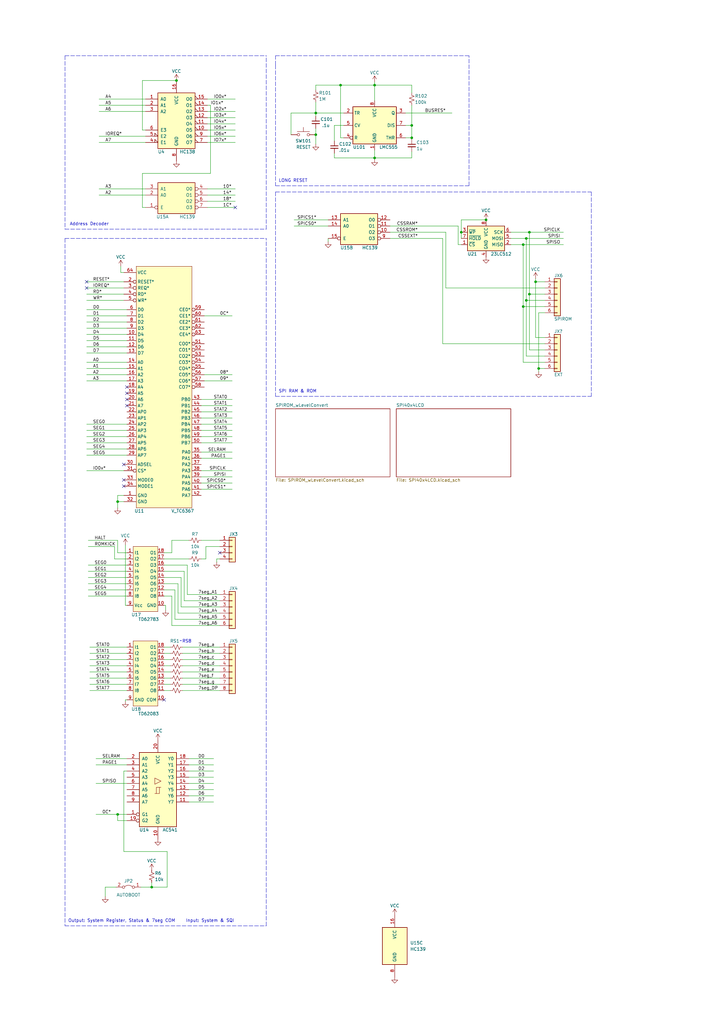
<source format=kicad_sch>
(kicad_sch (version 20211123) (generator eeschema)
  (paper "A3" portrait)
  (lib_symbols
    (symbol "74xx:74LS138" (pin_names (offset 1.016))
      (property "Reference" "U" (at -7.62 11.43 0))
      (property "Value" "74LS138" (at -7.62 -13.97 0))
      (symbol "74LS138_1_0"
        (pin input line (at -12.7 7.62 0) (length 5.08) (name "A0") (number "1"))
        (pin output output_low (at 12.7 -5.08 180) (length 5.08) (name "O5") (number "10"))
        (pin output output_low (at 12.7 -2.54 180) (length 5.08) (name "O4") (number "11"))
        (pin output output_low (at 12.7 0 180) (length 5.08) (name "O3") (number "12"))
        (pin output output_low (at 12.7 2.54 180) (length 5.08) (name "O2") (number "13"))
        (pin output output_low (at 12.7 5.08 180) (length 5.08) (name "O1") (number "14"))
        (pin output output_low (at 12.7 7.62 180) (length 5.08) (name "O0") (number "15"))
        (pin power_in line (at 0 15.24 270) (length 5.08) (name "VCC") (number "16"))
        (pin input line (at -12.7 5.08 0) (length 5.08) (name "A1") (number "2"))
        (pin input line (at -12.7 2.54 0) (length 5.08) (name "A2") (number "3"))
        (pin input input_low (at -12.7 -10.16 0) (length 5.08) (name "E1") (number "4"))
        (pin input input_low (at -12.7 -7.62 0) (length 5.08) (name "E2") (number "5"))
        (pin input line (at -12.7 -5.08 0) (length 5.08) (name "E3") (number "6"))
        (pin output output_low (at 12.7 -10.16 180) (length 5.08) (name "O7") (number "7"))
        (pin power_in line (at 0 -17.78 90) (length 5.08) (name "GND") (number "8"))
        (pin output output_low (at 12.7 -7.62 180) (length 5.08) (name "O6") (number "9"))
      )
      (symbol "74LS138_1_1"
        (rectangle (start -7.62 10.16) (end 7.62 -12.7) (stroke (width 0.254)) (fill (type background)))
      )
    )
    (symbol "74xx:74LS139" (pin_names (offset 1.016))
      (property "Reference" "U" (at -7.62 8.89 0))
      (property "Value" "74LS139" (at -7.62 -8.89 0))
      (symbol "74LS139_1_0"
        (pin input inverted (at -12.7 -5.08 0) (length 5.08) (name "E") (number "1"))
        (pin input line (at -12.7 0 0) (length 5.08) (name "A0") (number "2"))
        (pin input line (at -12.7 2.54 0) (length 5.08) (name "A1") (number "3"))
        (pin output inverted (at 12.7 2.54 180) (length 5.08) (name "O0") (number "4"))
        (pin output inverted (at 12.7 0 180) (length 5.08) (name "O1") (number "5"))
        (pin output inverted (at 12.7 -2.54 180) (length 5.08) (name "O2") (number "6"))
        (pin output inverted (at 12.7 -5.08 180) (length 5.08) (name "O3") (number "7"))
      )
      (symbol "74LS139_1_1"
        (rectangle (start -7.62 5.08) (end 7.62 -7.62) (stroke (width 0.254)) (fill (type background)))
      )
      (symbol "74LS139_2_0"
        (pin output inverted (at 12.7 -2.54 180) (length 5.08) (name "O2") (number "10"))
        (pin output inverted (at 12.7 0 180) (length 5.08) (name "O1") (number "11"))
        (pin output inverted (at 12.7 2.54 180) (length 5.08) (name "O0") (number "12"))
        (pin input line (at -12.7 2.54 0) (length 5.08) (name "A1") (number "13"))
        (pin input line (at -12.7 0 0) (length 5.08) (name "A0") (number "14"))
        (pin input inverted (at -12.7 -5.08 0) (length 5.08) (name "E") (number "15"))
        (pin output inverted (at 12.7 -5.08 180) (length 5.08) (name "O3") (number "9"))
      )
      (symbol "74LS139_2_1"
        (rectangle (start -7.62 5.08) (end 7.62 -7.62) (stroke (width 0.254)) (fill (type background)))
      )
      (symbol "74LS139_3_0"
        (pin power_in line (at 0 12.7 270) (length 5.08) (name "VCC") (number "16"))
        (pin power_in line (at 0 -12.7 90) (length 5.08) (name "GND") (number "8"))
      )
      (symbol "74LS139_3_1"
        (rectangle (start -5.08 7.62) (end 5.08 -7.62) (stroke (width 0.254)) (fill (type background)))
      )
    )
    (symbol "74xx:74LS541" (pin_names (offset 1.016))
      (property "Reference" "U" (at -7.62 16.51 0))
      (property "Value" "74LS541" (at -7.62 -16.51 0))
      (symbol "74LS541_1_0"
        (polyline (pts (xy -0.635 -1.6002) (xy -0.635 0.9398) (xy 0.635 0.9398)))
        (polyline (pts (xy -1.27 -1.6002) (xy 0.635 -1.6002) (xy 0.635 0.9398) (xy 1.27 0.9398)))
        (polyline (pts (xy 1.27 3.4798) (xy -1.27 4.7498) (xy -1.27 2.2098) (xy 1.27 3.4798)) (stroke (width 0.1524)))
        (pin input inverted (at -12.7 -10.16 0) (length 5.08) (name "G1") (number "1"))
        (pin power_in line (at 0 -20.32 90) (length 5.08) (name "GND") (number "10"))
        (pin tri_state line (at 12.7 -5.08 180) (length 5.08) (name "Y7") (number "11"))
        (pin tri_state line (at 12.7 -2.54 180) (length 5.08) (name "Y6") (number "12"))
        (pin tri_state line (at 12.7 0 180) (length 5.08) (name "Y5") (number "13"))
        (pin tri_state line (at 12.7 2.54 180) (length 5.08) (name "Y4") (number "14"))
        (pin tri_state line (at 12.7 5.08 180) (length 5.08) (name "Y3") (number "15"))
        (pin tri_state line (at 12.7 7.62 180) (length 5.08) (name "Y2") (number "16"))
        (pin tri_state line (at 12.7 10.16 180) (length 5.08) (name "Y1") (number "17"))
        (pin tri_state line (at 12.7 12.7 180) (length 5.08) (name "Y0") (number "18"))
        (pin input inverted (at -12.7 -12.7 0) (length 5.08) (name "G2") (number "19"))
        (pin input line (at -12.7 12.7 0) (length 5.08) (name "A0") (number "2"))
        (pin power_in line (at 0 20.32 270) (length 5.08) (name "VCC") (number "20"))
        (pin input line (at -12.7 10.16 0) (length 5.08) (name "A1") (number "3"))
        (pin input line (at -12.7 7.62 0) (length 5.08) (name "A2") (number "4"))
        (pin input line (at -12.7 5.08 0) (length 5.08) (name "A3") (number "5"))
        (pin input line (at -12.7 2.54 0) (length 5.08) (name "A4") (number "6"))
        (pin input line (at -12.7 0 0) (length 5.08) (name "A5") (number "7"))
        (pin input line (at -12.7 -2.54 0) (length 5.08) (name "A6") (number "8"))
        (pin input line (at -12.7 -5.08 0) (length 5.08) (name "A7") (number "9"))
      )
      (symbol "74LS541_1_1"
        (rectangle (start -7.62 15.24) (end 7.62 -15.24) (stroke (width 0.254)) (fill (type background)))
      )
    )
    (symbol "Connector_Generic:Conn_01x04" (pin_names (offset 1.016) hide)
      (property "Reference" "J" (at 0 5.08 0))
      (property "Value" "Conn_01x04" (at 0 -7.62 0))
      (symbol "Conn_01x04_1_1"
        (rectangle (start -1.27 -4.953) (end 0 -5.207) (stroke (width 0.1524)))
        (rectangle (start -1.27 -2.413) (end 0 -2.667) (stroke (width 0.1524)))
        (rectangle (start -1.27 0.127) (end 0 -0.127) (stroke (width 0.1524)))
        (rectangle (start -1.27 2.667) (end 0 2.413) (stroke (width 0.1524)))
        (rectangle (start -1.27 3.81) (end 1.27 -6.35) (stroke (width 0.254)) (fill (type background)))
        (pin passive line (at -5.08 2.54 0) (length 3.81) (name "Pin_1") (number "1"))
        (pin passive line (at -5.08 0 0) (length 3.81) (name "Pin_2") (number "2"))
        (pin passive line (at -5.08 -2.54 0) (length 3.81) (name "Pin_3") (number "3"))
        (pin passive line (at -5.08 -5.08 0) (length 3.81) (name "Pin_4") (number "4"))
      )
    )
    (symbol "Connector_Generic:Conn_01x06" (pin_names (offset 1.016) hide)
      (property "Reference" "J" (at 0 7.62 0))
      (property "Value" "Conn_01x06" (at 0 -10.16 0))
      (symbol "Conn_01x06_1_1"
        (rectangle (start -1.27 -7.493) (end 0 -7.747) (stroke (width 0.1524)))
        (rectangle (start -1.27 -4.953) (end 0 -5.207) (stroke (width 0.1524)))
        (rectangle (start -1.27 -2.413) (end 0 -2.667) (stroke (width 0.1524)))
        (rectangle (start -1.27 0.127) (end 0 -0.127) (stroke (width 0.1524)))
        (rectangle (start -1.27 2.667) (end 0 2.413) (stroke (width 0.1524)))
        (rectangle (start -1.27 5.207) (end 0 4.953) (stroke (width 0.1524)))
        (rectangle (start -1.27 6.35) (end 1.27 -8.89) (stroke (width 0.254)) (fill (type background)))
        (pin passive line (at -5.08 5.08 0) (length 3.81) (name "Pin_1") (number "1"))
        (pin passive line (at -5.08 2.54 0) (length 3.81) (name "Pin_2") (number "2"))
        (pin passive line (at -5.08 0 0) (length 3.81) (name "Pin_3") (number "3"))
        (pin passive line (at -5.08 -2.54 0) (length 3.81) (name "Pin_4") (number "4"))
        (pin passive line (at -5.08 -5.08 0) (length 3.81) (name "Pin_5") (number "5"))
        (pin passive line (at -5.08 -7.62 0) (length 3.81) (name "Pin_6") (number "6"))
      )
    )
    (symbol "Connector_Generic:Conn_01x08" (pin_names (offset 1.016) hide)
      (property "Reference" "J" (at 0 10.16 0))
      (property "Value" "Conn_01x08" (at 0 -12.7 0))
      (symbol "Conn_01x08_1_1"
        (rectangle (start -1.27 -10.033) (end 0 -10.287) (stroke (width 0.1524)))
        (rectangle (start -1.27 -7.493) (end 0 -7.747) (stroke (width 0.1524)))
        (rectangle (start -1.27 -4.953) (end 0 -5.207) (stroke (width 0.1524)))
        (rectangle (start -1.27 -2.413) (end 0 -2.667) (stroke (width 0.1524)))
        (rectangle (start -1.27 0.127) (end 0 -0.127) (stroke (width 0.1524)))
        (rectangle (start -1.27 2.667) (end 0 2.413) (stroke (width 0.1524)))
        (rectangle (start -1.27 5.207) (end 0 4.953) (stroke (width 0.1524)))
        (rectangle (start -1.27 7.747) (end 0 7.493) (stroke (width 0.1524)))
        (rectangle (start -1.27 8.89) (end 1.27 -11.43) (stroke (width 0.254)) (fill (type background)))
        (pin passive line (at -5.08 7.62 0) (length 3.81) (name "Pin_1") (number "1"))
        (pin passive line (at -5.08 5.08 0) (length 3.81) (name "Pin_2") (number "2"))
        (pin passive line (at -5.08 2.54 0) (length 3.81) (name "Pin_3") (number "3"))
        (pin passive line (at -5.08 0 0) (length 3.81) (name "Pin_4") (number "4"))
        (pin passive line (at -5.08 -2.54 0) (length 3.81) (name "Pin_5") (number "5"))
        (pin passive line (at -5.08 -5.08 0) (length 3.81) (name "Pin_6") (number "6"))
        (pin passive line (at -5.08 -7.62 0) (length 3.81) (name "Pin_7") (number "7"))
        (pin passive line (at -5.08 -10.16 0) (length 3.81) (name "Pin_8") (number "8"))
      )
    )
    (symbol "Device:C_Small" (pin_numbers hide) (pin_names (offset 0.254) hide)
      (property "Reference" "C" (at 0.254 1.778 0))
      (property "Value" "C_Small" (at 0.254 -2.032 0))
      (symbol "C_Small_0_1"
        (polyline (pts (xy -1.524 -0.508) (xy 1.524 -0.508)) (stroke (width 0.3302)))
        (polyline (pts (xy -1.524 0.508) (xy 1.524 0.508)) (stroke (width 0.3048)))
      )
      (symbol "C_Small_1_1"
        (pin passive line (at 0 2.54 270) (length 2.032) (name "~") (number "1"))
        (pin passive line (at 0 -2.54 90) (length 2.032) (name "~") (number "2"))
      )
    )
    (symbol "Device:R_Small_US" (pin_numbers hide) (pin_names (offset 0.254) hide)
      (property "Reference" "R" (at 0.762 0.508 0))
      (property "Value" "R_Small_US" (at 0.762 -1.016 0))
      (symbol "R_Small_US_1_1"
        (polyline (pts (xy 0 0) (xy 1.016 -0.381) (xy 0 -0.762) (xy -1.016 -1.143) (xy 0 -1.524)))
        (polyline (pts (xy 0 1.524) (xy 1.016 1.143) (xy 0 0.762) (xy -1.016 0.381) (xy 0 0)))
        (pin passive line (at 0 2.54 270) (length 1.016) (name "~") (number "1"))
        (pin passive line (at 0 -2.54 90) (length 1.016) (name "~") (number "2"))
      )
    )
    (symbol "Jumper:Jumper_2_Bridged" (pin_names (offset 0) hide)
      (property "Reference" "JP" (at 0 1.905 0))
      (property "Value" "Jumper_2_Bridged" (at 0 -2.54 0))
      (symbol "Jumper_2_Bridged_0_0"
        (circle (center -2.032 0) (radius 0.508))
        (circle (center 2.032 0) (radius 0.508))
      )
      (symbol "Jumper_2_Bridged_0_1"
        (arc (start 1.524 0.254) (mid 0 0.762) (end -1.524 0.254))
      )
      (symbol "Jumper_2_Bridged_1_1"
        (pin passive line (at -5.08 0 0) (length 2.54) (name "A") (number "1"))
        (pin passive line (at 5.08 0 180) (length 2.54) (name "B") (number "2"))
      )
    )
    (symbol "Memory_EEPROM:25LCxxx"
      (property "Reference" "U" (at -7.62 6.35 0))
      (property "Value" "25LCxxx" (at 2.54 -6.35 0))
      (symbol "25LCxxx_1_1"
        (rectangle (start -7.62 5.08) (end 7.62 -5.08) (stroke (width 0.254)) (fill (type background)))
        (pin input line (at -10.16 -2.54 0) (length 2.54) (name "~{CS}") (number "1"))
        (pin tri_state line (at 10.16 -2.54 180) (length 2.54) (name "MISO") (number "2"))
        (pin input line (at -10.16 2.54 0) (length 2.54) (name "~{WP}") (number "3"))
        (pin power_in line (at 0 -7.62 90) (length 2.54) (name "GND") (number "4"))
        (pin input line (at 10.16 0 180) (length 2.54) (name "MOSI") (number "5"))
        (pin input line (at 10.16 2.54 180) (length 2.54) (name "SCK") (number "6"))
        (pin input line (at -10.16 0 0) (length 2.54) (name "~{HOLD}") (number "7"))
        (pin power_in line (at 0 7.62 270) (length 2.54) (name "VCC") (number "8"))
      )
    )
    (symbol "Switch:SW_Push" (pin_numbers hide) (pin_names (offset 1.016) hide)
      (property "Reference" "SW" (at 1.27 2.54 0))
      (property "Value" "SW_Push" (at 0 -1.524 0))
      (symbol "SW_Push_0_1"
        (circle (center -2.032 0) (radius 0.508))
        (polyline (pts (xy 0 1.27) (xy 0 3.048)))
        (polyline (pts (xy 2.54 1.27) (xy -2.54 1.27)))
        (circle (center 2.032 0) (radius 0.508))
        (pin passive line (at -5.08 0 0) (length 2.54) (name "1") (number "1"))
        (pin passive line (at 5.08 0 180) (length 2.54) (name "2") (number "2"))
      )
    )
    (symbol "Timer:LMC555xN"
      (property "Reference" "U" (at -10.16 8.89 0))
      (property "Value" "LMC555xN" (at 2.54 8.89 0))
      (symbol "LMC555xN_0_0"
        (pin power_in line (at 0 -10.16 90) (length 2.54) (name "GND") (number "1"))
        (pin power_in line (at 0 10.16 270) (length 2.54) (name "VCC") (number "8"))
      )
      (symbol "LMC555xN_0_1"
        (rectangle (start -8.89 -7.62) (end 8.89 7.62) (stroke (width 0.254)) (fill (type background)))
        (rectangle (start -8.89 -7.62) (end 8.89 7.62) (stroke (width 0.254)) (fill (type background)))
      )
      (symbol "LMC555xN_1_1"
        (pin input line (at -12.7 5.08 0) (length 3.81) (name "TR") (number "2"))
        (pin output line (at 12.7 5.08 180) (length 3.81) (name "Q") (number "3"))
        (pin input inverted (at -12.7 -5.08 0) (length 3.81) (name "R") (number "4"))
        (pin input line (at -12.7 0 0) (length 3.81) (name "CV") (number "5"))
        (pin input line (at 12.7 -5.08 180) (length 3.81) (name "THR") (number "6"))
        (pin input line (at 12.7 0 180) (length 3.81) (name "DIS") (number "7"))
      )
    )
    (symbol "Toshiba_Sp:TC6367"
      (property "Reference" "U" (at -10.795 -49.53 0))
      (property "Value" "TC6367" (at 7.62 -49.53 0))
      (symbol "TC6367_0_1"
        (rectangle (start -11.43 50.8) (end 11.43 -48.26) (fill (type background)))
      )
      (symbol "TC6367_1_1"
        (pin power_in line (at -16.51 -43.18 0) (length 5.08) (name "GND") (number "1"))
        (pin input line (at -15.24 22.86 0) (length 3.82) (name "D4") (number "10"))
        (pin input line (at -15.24 20.32 0) (length 3.82) (name "D5") (number "11"))
        (pin input line (at -15.24 17.78 0) (length 3.82) (name "D6") (number "12"))
        (pin input line (at -15.24 15.24 0) (length 3.82) (name "D7") (number "13"))
        (pin input line (at -15.24 11.43 0) (length 3.82) (name "A0") (number "14"))
        (pin input line (at -15.24 8.89 0) (length 3.82) (name "A1") (number "15"))
        (pin input line (at -15.24 6.35 0) (length 3.82) (name "A2") (number "16"))
        (pin input line (at -15.24 3.81 0) (length 3.82) (name "A3") (number "17"))
        (pin input line (at -15.24 1.27 0) (length 3.82) (name "A4") (number "18"))
        (pin input line (at -15.24 -1.27 0) (length 3.82) (name "A5") (number "19"))
        (pin input inverted (at -16.51 44.45 0) (length 5.08) (name "RESET*") (number "2"))
        (pin input line (at -15.24 -3.81 0) (length 3.82) (name "A6") (number "20"))
        (pin input line (at -15.24 -6.35 0) (length 3.82) (name "A7") (number "21"))
        (pin input line (at -15.24 -8.89 0) (length 3.82) (name "AP0") (number "22"))
        (pin input line (at -15.24 -11.43 0) (length 3.82) (name "AP1") (number "23"))
        (pin input line (at -15.24 -13.97 0) (length 3.82) (name "AP2") (number "24"))
        (pin input line (at -15.24 -16.51 0) (length 3.82) (name "AP3") (number "25"))
        (pin input line (at -15.24 -19.05 0) (length 3.82) (name "AP4") (number "26"))
        (pin input line (at -15.24 -21.59 0) (length 3.82) (name "AP5") (number "27"))
        (pin input line (at -15.24 -24.13 0) (length 3.82) (name "AP6") (number "28"))
        (pin input line (at -15.24 -26.67 0) (length 3.82) (name "AP7") (number "29"))
        (pin input inverted (at -16.51 41.91 0) (length 5.08) (name "REQ*") (number "3"))
        (pin input line (at -16.51 -30.48 0) (length 5.08) (name "ADSEL") (number "30"))
        (pin input inverted (at -16.51 -33.02 0) (length 5.08) (name "CS*") (number "31"))
        (pin power_in line (at -16.51 -45.72 0) (length 5.08) (name "GND") (number "32"))
        (pin input line (at -16.51 -36.83 0) (length 5.08) (name "MODE0") (number "33"))
        (pin input line (at -16.51 -39.37 0) (length 5.08) (name "MODE1") (number "34"))
        (pin input line (at 15.24 -25.4 180) (length 3.81) (name "PA0") (number "35"))
        (pin input line (at 15.24 -27.94 180) (length 3.81) (name "PA1") (number "36"))
        (pin input line (at 15.24 -30.48 180) (length 3.81) (name "PA2") (number "37"))
        (pin input line (at 15.24 -33.02 180) (length 3.81) (name "PA3") (number "38"))
        (pin input line (at 15.24 -35.56 180) (length 3.81) (name "PA4") (number "39"))
        (pin input inverted (at -16.51 39.37 0) (length 5.08) (name "RD*") (number "4"))
        (pin input line (at 15.24 -38.1 180) (length 3.81) (name "PA5") (number "40"))
        (pin input line (at 15.24 -40.64 180) (length 3.81) (name "PA6") (number "41"))
        (pin input line (at 15.24 -43.18 180) (length 3.81) (name "PA7") (number "42"))
        (pin input line (at 15.24 -3.81 180) (length 3.81) (name "PB0") (number "43"))
        (pin input line (at 15.24 -6.35 180) (length 3.81) (name "PB1") (number "44"))
        (pin input line (at 15.24 -8.89 180) (length 3.81) (name "PB2") (number "45"))
        (pin input line (at 15.24 -11.43 180) (length 3.81) (name "PB3") (number "46"))
        (pin input line (at 15.24 -13.97 180) (length 3.81) (name "PB4") (number "47"))
        (pin input line (at 15.24 -16.51 180) (length 3.81) (name "PB5") (number "48"))
        (pin input line (at 15.24 -19.05 180) (length 3.81) (name "PB6") (number "49"))
        (pin input inverted (at -16.51 36.83 0) (length 5.08) (name "WR*") (number "5"))
        (pin input line (at 15.24 -21.59 180) (length 3.81) (name "PB7") (number "50"))
        (pin input inverted (at 16.51 19.05 180) (length 5.08) (name "CO0*") (number "51"))
        (pin input inverted (at 16.51 16.51 180) (length 5.08) (name "CO1*") (number "52"))
        (pin input inverted (at 16.51 13.97 180) (length 5.08) (name "CO2*") (number "53"))
        (pin input inverted (at 16.51 11.43 180) (length 5.08) (name "CO3*") (number "54"))
        (pin input inverted (at 16.51 8.89 180) (length 5.08) (name "CO4*") (number "55"))
        (pin input inverted (at 16.51 6.35 180) (length 5.08) (name "CO5*") (number "56"))
        (pin input inverted (at 16.51 3.81 180) (length 5.08) (name "CO6*") (number "57"))
        (pin input inverted (at 16.51 1.27 180) (length 5.08) (name "CO7*") (number "58"))
        (pin input inverted (at 16.51 33.02 180) (length 5.08) (name "CE0*") (number "59"))
        (pin input line (at -15.24 33.02 0) (length 3.82) (name "D0") (number "6"))
        (pin input inverted (at 16.51 30.48 180) (length 5.08) (name "CE1*") (number "60"))
        (pin input inverted (at 16.51 27.94 180) (length 5.08) (name "CE2*") (number "61"))
        (pin input inverted (at 16.51 25.4 180) (length 5.08) (name "CE3*") (number "62"))
        (pin input inverted (at 16.51 22.86 180) (length 5.08) (name "CE4*") (number "63"))
        (pin power_in line (at -16.51 48.26 0) (length 5.08) (name "VCC") (number "64"))
        (pin input line (at -15.24 30.48 0) (length 3.82) (name "D1") (number "7"))
        (pin input line (at -15.24 27.94 0) (length 3.82) (name "D2") (number "8"))
        (pin input line (at -15.24 25.4 0) (length 3.82) (name "D3") (number "9"))
      )
    )
    (symbol "Toshiba_Sp:TD62783"
      (property "Reference" "U" (at 0 16.51 0))
      (property "Value" "TD62783" (at 0 13.97 0))
      (symbol "TD62783_0_1"
        (rectangle (start -5.08 12.7) (end 5.08 -13.97) (fill (type background)))
      )
      (symbol "TD62783_1_1"
        (pin input line (at -7.62 10.16 0) (length 2.54) (name "I1") (number "1"))
        (pin power_in line (at 7.62 -11.43 180) (length 2.54) (name "GND") (number "10"))
        (pin output line (at 7.62 -7.62 180) (length 2.54) (name "O8") (number "11"))
        (pin output line (at 7.62 -5.08 180) (length 2.54) (name "O7") (number "12"))
        (pin output line (at 7.62 -2.54 180) (length 2.54) (name "O6") (number "13"))
        (pin output line (at 7.62 0 180) (length 2.54) (name "O5") (number "14"))
        (pin output line (at 7.62 2.54 180) (length 2.54) (name "O4") (number "15"))
        (pin output line (at 7.62 5.08 180) (length 2.54) (name "O3") (number "16"))
        (pin output line (at 7.62 7.62 180) (length 2.54) (name "O2") (number "17"))
        (pin output line (at 7.62 10.16 180) (length 2.54) (name "O1") (number "18"))
        (pin input line (at -7.62 7.62 0) (length 2.54) (name "I2") (number "2"))
        (pin input line (at -7.62 5.08 0) (length 2.54) (name "I3") (number "3"))
        (pin input line (at -7.62 2.54 0) (length 2.54) (name "I4") (number "4"))
        (pin input line (at -7.62 0 0) (length 2.54) (name "I5") (number "5"))
        (pin input line (at -7.62 -2.54 0) (length 2.54) (name "I6") (number "6"))
        (pin input line (at -7.62 -5.08 0) (length 2.54) (name "I7") (number "7"))
        (pin input line (at -7.62 -7.62 0) (length 2.54) (name "I8") (number "8"))
        (pin power_in line (at -7.62 -11.43 0) (length 2.54) (name "Vcc") (number "9"))
      )
    )
    (symbol "Toshiba_Sp:TD62x83"
      (property "Reference" "U" (at 0 16.51 0))
      (property "Value" "TD62x83" (at 0 13.97 0))
      (symbol "TD62x83_0_1"
        (rectangle (start -5.08 12.7) (end 5.08 -13.97) (fill (type background)))
      )
      (symbol "TD62x83_1_1"
        (pin input line (at -7.62 10.16 0) (length 2.54) (name "I1") (number "1"))
        (pin power_in line (at 7.62 -11.43 180) (length 2.54) (name "COM") (number "10"))
        (pin output line (at 7.62 -7.62 180) (length 2.54) (name "O8") (number "11"))
        (pin output line (at 7.62 -5.08 180) (length 2.54) (name "O7") (number "12"))
        (pin output line (at 7.62 -2.54 180) (length 2.54) (name "O6") (number "13"))
        (pin output line (at 7.62 0 180) (length 2.54) (name "O5") (number "14"))
        (pin output line (at 7.62 2.54 180) (length 2.54) (name "O4") (number "15"))
        (pin output line (at 7.62 5.08 180) (length 2.54) (name "O3") (number "16"))
        (pin output line (at 7.62 7.62 180) (length 2.54) (name "O2") (number "17"))
        (pin output line (at 7.62 10.16 180) (length 2.54) (name "O1") (number "18"))
        (pin input line (at -7.62 7.62 0) (length 2.54) (name "I2") (number "2"))
        (pin input line (at -7.62 5.08 0) (length 2.54) (name "I3") (number "3"))
        (pin input line (at -7.62 2.54 0) (length 2.54) (name "I4") (number "4"))
        (pin input line (at -7.62 0 0) (length 2.54) (name "I5") (number "5"))
        (pin input line (at -7.62 -2.54 0) (length 2.54) (name "I6") (number "6"))
        (pin input line (at -7.62 -5.08 0) (length 2.54) (name "I7") (number "7"))
        (pin input line (at -7.62 -7.62 0) (length 2.54) (name "I8") (number "8"))
        (pin power_in line (at -7.62 -11.43 0) (length 2.54) (name "GND") (number "9"))
      )
    )
    (symbol "power:GND" (power) (pin_names (offset 0))
      (property "Value" "GND" (at 0 -3.81 0))
      (symbol "GND_0_1"
        (polyline (pts (xy 0 0) (xy 0 -1.27) (xy 1.27 -1.27) (xy 0 -2.54) (xy -1.27 -1.27) (xy 0 -1.27)))
      )
      (symbol "GND_1_1"
        (pin power_in line (at 0 0 270) (length 0) hide (name "GND") (number "1"))
      )
    )
    (symbol "power:VCC" (power) (pin_names (offset 0))
      (property "Value" "VCC" (at 0 3.81 0))
      (symbol "VCC_0_1"
        (polyline (pts (xy -0.762 1.27) (xy 0 2.54)))
        (polyline (pts (xy 0 0) (xy 0 2.54)))
        (polyline (pts (xy 0 2.54) (xy 0.762 1.27)))
      )
      (symbol "VCC_1_1"
        (pin power_in line (at 0 0 90) (length 0) hide (name "VCC") (number "1"))
      )
    )
  )
  (junction (at 215.9 123.19))
  (junction (at 129.54 55.245))
  (junction (at 217.17 120.65))
  (junction (at 72.39 33.02))
  (junction (at 153.67 34.925))
  (junction (at 215.9 97.79))
  (junction (at 214.63 100.33))
  (junction (at 139.7 34.925))
  (junction (at 217.17 95.25))
  (junction (at 129.54 46.355))
  (junction (at 219.71 115.57))
  (junction (at 62.23 363.855))
  (junction (at 189.23 95.25))
  (junction (at 199.39 90.17))
  (junction (at 220.98 151.13))
  (junction (at 48.26 334.01))
  (junction (at 214.63 125.73))
  (junction (at 168.91 56.515))
  (junction (at 48.26 205.74))
  (junction (at 168.91 51.435))
  (junction (at 153.67 64.77))
  (no_connect (at 35.56 118.11))
  (no_connect (at 67.31 287.02))
  (no_connect (at 50.8 199.39))
  (no_connect (at 52.07 166.37))
  (no_connect (at 90.17 226.695))
  (no_connect (at 50.8 190.5))
  (no_connect (at 50.8 196.85))
  (no_connect (at 52.07 158.75))
  (no_connect (at 52.07 163.83))
  (no_connect (at 96.52 85.09))
  (no_connect (at 35.56 115.57))
  (no_connect (at 52.07 161.29))
  (wire (pts (xy 35.56 176.53) (xy 52.07 176.53)))
  (wire (pts (xy 90.17 248.92) (xy 74.295 248.92)))
  (wire (pts (xy 85.09 55.88) (xy 96.52 55.88)))
  (wire (pts (xy 36.83 275.59) (xy 52.07 275.59)))
  (wire (pts (xy 129.54 36.83) (xy 129.54 34.925)))
  (wire (pts (xy 48.26 203.2) (xy 50.8 203.2)))
  (wire (pts (xy 36.195 221.615) (xy 48.26 221.615)))
  (wire (pts (xy 137.16 64.77) (xy 153.67 64.77)))
  (wire (pts (xy 160.02 92.71) (xy 187.96 92.71)))
  (polyline (pts (xy 113.03 162.56) (xy 242.57 162.56)))
  (wire (pts (xy 82.55 221.615) (xy 90.17 221.615)))
  (wire (pts (xy 82.55 176.53) (xy 95.25 176.53)))
  (wire (pts (xy 187.96 92.71) (xy 187.96 100.33)))
  (polyline (pts (xy 242.57 78.74) (xy 242.57 162.56)))
  (wire (pts (xy 70.485 244.475) (xy 70.485 256.54)))
  (wire (pts (xy 223.52 115.57) (xy 219.71 115.57)))
  (wire (pts (xy 67.31 273.05) (xy 69.85 273.05)))
  (wire (pts (xy 36.195 241.935) (xy 52.07 241.935)))
  (wire (pts (xy 84.455 224.155) (xy 90.17 224.155)))
  (polyline (pts (xy 113.03 26.67) (xy 113.03 22.86)))
  (wire (pts (xy 220.98 151.13) (xy 223.52 151.13)))
  (wire (pts (xy 67.31 278.13) (xy 69.85 278.13)))
  (wire (pts (xy 35.56 120.65) (xy 50.8 120.65)))
  (wire (pts (xy 48.26 226.695) (xy 48.26 221.615)))
  (wire (pts (xy 160.02 97.79) (xy 181.61 97.79)))
  (wire (pts (xy 36.83 267.97) (xy 52.07 267.97)))
  (wire (pts (xy 88.9 229.235) (xy 88.9 230.505)))
  (wire (pts (xy 35.56 181.61) (xy 52.07 181.61)))
  (wire (pts (xy 35.56 184.15) (xy 52.07 184.15)))
  (wire (pts (xy 67.31 270.51) (xy 69.85 270.51)))
  (wire (pts (xy 90.17 267.97) (xy 74.93 267.97)))
  (wire (pts (xy 48.26 336.55) (xy 52.07 336.55)))
  (wire (pts (xy 85.09 40.64) (xy 96.52 40.64)))
  (wire (pts (xy 223.52 138.43) (xy 219.71 138.43)))
  (wire (pts (xy 70.485 256.54) (xy 90.17 256.54)))
  (wire (pts (xy 82.55 173.99) (xy 95.25 173.99)))
  (wire (pts (xy 48.26 334.01) (xy 48.26 336.55)))
  (wire (pts (xy 168.91 43.18) (xy 168.91 51.435)))
  (wire (pts (xy 82.55 171.45) (xy 95.25 171.45)))
  (wire (pts (xy 217.17 120.65) (xy 217.17 95.25)))
  (wire (pts (xy 73.025 239.395) (xy 73.025 251.46)))
  (wire (pts (xy 84.455 229.235) (xy 82.55 229.235)))
  (wire (pts (xy 82.55 166.37) (xy 95.25 166.37)))
  (wire (pts (xy 168.91 38.1) (xy 168.91 34.925)))
  (wire (pts (xy 40.64 55.88) (xy 59.69 55.88)))
  (wire (pts (xy 90.17 275.59) (xy 74.93 275.59)))
  (wire (pts (xy 189.23 95.25) (xy 189.23 90.17)))
  (wire (pts (xy 215.9 97.79) (xy 215.9 123.19)))
  (polyline (pts (xy 26.67 93.98) (xy 109.22 93.98)))
  (wire (pts (xy 82.55 168.91) (xy 95.25 168.91)))
  (wire (pts (xy 48.26 205.74) (xy 50.8 205.74)))
  (wire (pts (xy 209.55 97.79) (xy 215.9 97.79)))
  (wire (pts (xy 36.83 265.43) (xy 52.07 265.43)))
  (wire (pts (xy 119.38 46.355) (xy 119.38 55.245)))
  (polyline (pts (xy 26.67 22.86) (xy 26.67 93.98)))
  (wire (pts (xy 168.91 34.925) (xy 153.67 34.925)))
  (wire (pts (xy 67.31 267.97) (xy 69.85 267.97)))
  (wire (pts (xy 76.835 231.775) (xy 76.835 243.84)))
  (wire (pts (xy 35.56 148.59) (xy 52.07 148.59)))
  (polyline (pts (xy 26.67 379.73) (xy 109.22 379.73)))
  (wire (pts (xy 62.23 361.95) (xy 62.23 363.855)))
  (wire (pts (xy 134.62 97.79) (xy 134.62 99.06)))
  (wire (pts (xy 129.54 46.355) (xy 129.54 47.625)))
  (wire (pts (xy 67.945 248.285) (xy 67.945 250.19)))
  (wire (pts (xy 62.23 363.855) (xy 68.58 363.855)))
  (wire (pts (xy 62.23 363.855) (xy 57.785 363.855)))
  (wire (pts (xy 67.31 275.59) (xy 69.85 275.59)))
  (wire (pts (xy 153.67 34.925) (xy 153.67 41.275)))
  (wire (pts (xy 153.67 64.77) (xy 168.91 64.77)))
  (polyline (pts (xy 113.03 78.74) (xy 113.03 162.56)))
  (wire (pts (xy 129.54 46.355) (xy 140.97 46.355)))
  (wire (pts (xy 58.42 53.34) (xy 58.42 33.02)))
  (wire (pts (xy 77.47 313.69) (xy 87.63 313.69)))
  (wire (pts (xy 52.07 229.235) (xy 46.99 229.235)))
  (wire (pts (xy 40.64 58.42) (xy 59.69 58.42)))
  (wire (pts (xy 67.31 234.315) (xy 75.565 234.315)))
  (wire (pts (xy 160.02 95.25) (xy 182.88 95.25)))
  (wire (pts (xy 82.55 179.07) (xy 95.25 179.07)))
  (wire (pts (xy 223.52 146.05) (xy 215.9 146.05)))
  (wire (pts (xy 40.64 77.47) (xy 59.69 77.47)))
  (wire (pts (xy 85.09 45.72) (xy 96.52 45.72)))
  (wire (pts (xy 35.56 139.7) (xy 52.07 139.7)))
  (wire (pts (xy 35.56 186.69) (xy 52.07 186.69)))
  (wire (pts (xy 67.31 236.855) (xy 74.295 236.855)))
  (wire (pts (xy 181.61 97.79) (xy 181.61 140.97)))
  (wire (pts (xy 85.09 82.55) (xy 96.52 82.55)))
  (polyline (pts (xy 109.22 379.73) (xy 109.22 97.79)))
  (wire (pts (xy 137.16 62.865) (xy 137.16 64.77)))
  (wire (pts (xy 50.8 316.23) (xy 52.07 316.23)))
  (wire (pts (xy 35.56 193.04) (xy 50.8 193.04)))
  (wire (pts (xy 67.31 231.775) (xy 76.835 231.775)))
  (wire (pts (xy 90.17 283.21) (xy 74.93 283.21)))
  (wire (pts (xy 36.195 239.395) (xy 52.07 239.395)))
  (wire (pts (xy 182.88 95.25) (xy 182.88 118.11)))
  (wire (pts (xy 83.82 129.54) (xy 95.25 129.54)))
  (wire (pts (xy 58.42 85.09) (xy 59.69 85.09)))
  (wire (pts (xy 35.56 173.99) (xy 52.07 173.99)))
  (wire (pts (xy 50.8 349.25) (xy 68.58 349.25)))
  (wire (pts (xy 209.55 100.33) (xy 214.63 100.33)))
  (wire (pts (xy 119.38 46.355) (xy 129.54 46.355)))
  (wire (pts (xy 47.625 363.855) (xy 43.18 363.855)))
  (wire (pts (xy 36.83 270.51) (xy 52.07 270.51)))
  (wire (pts (xy 35.56 144.78) (xy 52.07 144.78)))
  (wire (pts (xy 120.65 92.71) (xy 134.62 92.71)))
  (wire (pts (xy 35.56 151.13) (xy 52.07 151.13)))
  (wire (pts (xy 83.82 156.21) (xy 95.25 156.21)))
  (wire (pts (xy 36.195 231.775) (xy 52.07 231.775)))
  (wire (pts (xy 36.195 224.155) (xy 46.99 224.155)))
  (wire (pts (xy 217.17 143.51) (xy 217.17 120.65)))
  (wire (pts (xy 36.83 273.05) (xy 52.07 273.05)))
  (wire (pts (xy 75.565 246.38) (xy 90.17 246.38)))
  (wire (pts (xy 86.36 71.12) (xy 58.42 71.12)))
  (wire (pts (xy 82.55 193.04) (xy 95.25 193.04)))
  (wire (pts (xy 182.88 118.11) (xy 223.52 118.11)))
  (wire (pts (xy 209.55 95.25) (xy 217.17 95.25)))
  (wire (pts (xy 189.23 97.79) (xy 189.23 95.25)))
  (wire (pts (xy 181.61 140.97) (xy 223.52 140.97)))
  (wire (pts (xy 39.37 311.15) (xy 52.07 311.15)))
  (wire (pts (xy 120.65 90.17) (xy 134.62 90.17)))
  (wire (pts (xy 67.31 283.21) (xy 69.85 283.21)))
  (wire (pts (xy 36.83 283.21) (xy 52.07 283.21)))
  (wire (pts (xy 90.17 265.43) (xy 74.93 265.43)))
  (wire (pts (xy 67.31 280.67) (xy 69.85 280.67)))
  (wire (pts (xy 166.37 46.355) (xy 185.42 46.355)))
  (wire (pts (xy 68.58 349.25) (xy 68.58 363.855)))
  (wire (pts (xy 39.37 313.69) (xy 52.07 313.69)))
  (wire (pts (xy 49.53 109.22) (xy 49.53 111.76)))
  (wire (pts (xy 223.52 143.51) (xy 217.17 143.51)))
  (wire (pts (xy 153.67 33.655) (xy 153.67 34.925)))
  (wire (pts (xy 67.31 244.475) (xy 70.485 244.475)))
  (wire (pts (xy 85.09 85.09) (xy 96.52 85.09)))
  (wire (pts (xy 90.17 270.51) (xy 74.93 270.51)))
  (wire (pts (xy 67.31 226.695) (xy 70.485 226.695)))
  (wire (pts (xy 46.99 229.235) (xy 46.99 224.155)))
  (wire (pts (xy 129.54 52.705) (xy 129.54 55.245)))
  (wire (pts (xy 129.54 34.925) (xy 139.7 34.925)))
  (wire (pts (xy 214.63 125.73) (xy 214.63 100.33)))
  (wire (pts (xy 58.42 71.12) (xy 58.42 85.09)))
  (wire (pts (xy 77.47 328.93) (xy 87.63 328.93)))
  (wire (pts (xy 40.64 40.64) (xy 59.69 40.64)))
  (wire (pts (xy 166.37 56.515) (xy 168.91 56.515)))
  (wire (pts (xy 52.07 248.285) (xy 51.435 248.285)))
  (wire (pts (xy 70.485 226.695) (xy 70.485 221.615)))
  (wire (pts (xy 36.195 244.475) (xy 52.07 244.475)))
  (wire (pts (xy 71.755 254) (xy 71.755 241.935)))
  (polyline (pts (xy 113.03 26.67) (xy 113.03 76.2)))
  (wire (pts (xy 40.64 80.01) (xy 59.69 80.01)))
  (wire (pts (xy 40.64 45.72) (xy 59.69 45.72)))
  (wire (pts (xy 82.55 198.12) (xy 95.25 198.12)))
  (wire (pts (xy 51.435 287.02) (xy 51.435 287.655)))
  (wire (pts (xy 187.96 100.33) (xy 189.23 100.33)))
  (wire (pts (xy 39.37 334.01) (xy 48.26 334.01)))
  (wire (pts (xy 85.09 77.47) (xy 96.52 77.47)))
  (wire (pts (xy 85.09 48.26) (xy 96.52 48.26)))
  (wire (pts (xy 36.83 278.13) (xy 52.07 278.13)))
  (wire (pts (xy 90.17 278.13) (xy 74.93 278.13)))
  (wire (pts (xy 168.91 57.15) (xy 168.91 56.515)))
  (wire (pts (xy 67.31 239.395) (xy 73.025 239.395)))
  (wire (pts (xy 129.54 55.245) (xy 129.54 59.055)))
  (wire (pts (xy 77.47 316.23) (xy 87.63 316.23)))
  (wire (pts (xy 139.7 34.925) (xy 153.67 34.925)))
  (wire (pts (xy 36.195 234.315) (xy 52.07 234.315)))
  (wire (pts (xy 39.37 321.31) (xy 52.07 321.31)))
  (wire (pts (xy 168.91 51.435) (xy 168.91 56.515)))
  (wire (pts (xy 77.47 311.15) (xy 87.63 311.15)))
  (polyline (pts (xy 26.67 22.86) (xy 109.22 22.86)))
  (wire (pts (xy 82.55 195.58) (xy 95.25 195.58)))
  (polyline (pts (xy 26.67 97.79) (xy 26.67 379.73)))
  (wire (pts (xy 73.025 251.46) (xy 90.17 251.46)))
  (wire (pts (xy 82.55 163.83) (xy 95.25 163.83)))
  (wire (pts (xy 86.36 43.18) (xy 86.36 71.12)))
  (wire (pts (xy 35.56 127) (xy 52.07 127)))
  (wire (pts (xy 220.98 151.13) (xy 220.98 152.4)))
  (wire (pts (xy 85.09 80.01) (xy 96.52 80.01)))
  (wire (pts (xy 215.9 97.79) (xy 231.14 97.79)))
  (wire (pts (xy 168.91 62.23) (xy 168.91 64.77)))
  (wire (pts (xy 77.47 323.85) (xy 87.63 323.85)))
  (wire (pts (xy 67.31 229.235) (xy 77.47 229.235)))
  (wire (pts (xy 85.09 53.34) (xy 96.52 53.34)))
  (wire (pts (xy 217.17 95.25) (xy 231.14 95.25)))
  (wire (pts (xy 48.26 205.74) (xy 48.26 208.28)))
  (wire (pts (xy 223.52 128.27) (xy 220.98 128.27)))
  (polyline (pts (xy 113.03 78.74) (xy 242.57 78.74)))
  (wire (pts (xy 35.56 123.19) (xy 50.8 123.19)))
  (wire (pts (xy 35.56 153.67) (xy 52.07 153.67)))
  (wire (pts (xy 137.16 51.435) (xy 137.16 57.785)))
  (wire (pts (xy 59.69 53.34) (xy 58.42 53.34)))
  (wire (pts (xy 70.485 221.615) (xy 77.47 221.615)))
  (wire (pts (xy 153.67 65.405) (xy 153.67 64.77)))
  (wire (pts (xy 189.23 90.17) (xy 199.39 90.17)))
  (wire (pts (xy 75.565 234.315) (xy 75.565 246.38)))
  (wire (pts (xy 40.64 43.18) (xy 59.69 43.18)))
  (wire (pts (xy 129.54 41.91) (xy 129.54 46.355)))
  (wire (pts (xy 90.17 254) (xy 71.755 254)))
  (wire (pts (xy 74.295 248.92) (xy 74.295 236.855)))
  (wire (pts (xy 77.47 318.77) (xy 87.63 318.77)))
  (wire (pts (xy 90.17 229.235) (xy 88.9 229.235)))
  (wire (pts (xy 140.97 56.515) (xy 139.7 56.515)))
  (wire (pts (xy 82.55 200.66) (xy 95.25 200.66)))
  (wire (pts (xy 52.07 287.02) (xy 51.435 287.02)))
  (wire (pts (xy 220.98 128.27) (xy 220.98 151.13)))
  (wire (pts (xy 35.56 134.62) (xy 52.07 134.62)))
  (wire (pts (xy 90.17 280.67) (xy 74.93 280.67)))
  (wire (pts (xy 67.31 248.285) (xy 67.945 248.285)))
  (wire (pts (xy 67.31 241.935) (xy 71.755 241.935)))
  (polyline (pts (xy 192.405 76.2) (xy 192.405 22.86)))
  (wire (pts (xy 219.71 138.43) (xy 219.71 115.57)))
  (wire (pts (xy 82.55 181.61) (xy 95.25 181.61)))
  (wire (pts (xy 85.09 50.8) (xy 96.52 50.8)))
  (wire (pts (xy 214.63 100.33) (xy 231.14 100.33)))
  (polyline (pts (xy 113.03 76.2) (xy 192.405 76.2)))
  (wire (pts (xy 219.71 115.57) (xy 219.71 114.3)))
  (wire (pts (xy 223.52 120.65) (xy 217.17 120.65)))
  (wire (pts (xy 35.56 137.16) (xy 52.07 137.16)))
  (wire (pts (xy 35.56 179.07) (xy 52.07 179.07)))
  (wire (pts (xy 77.47 321.31) (xy 87.63 321.31)))
  (wire (pts (xy 215.9 146.05) (xy 215.9 123.19)))
  (wire (pts (xy 35.56 118.11) (xy 50.8 118.11)))
  (wire (pts (xy 35.56 132.08) (xy 52.07 132.08)))
  (wire (pts (xy 51.435 223.52) (xy 51.435 248.285)))
  (wire (pts (xy 140.97 51.435) (xy 137.16 51.435)))
  (wire (pts (xy 36.83 280.67) (xy 52.07 280.67)))
  (wire (pts (xy 84.455 224.155) (xy 84.455 229.235)))
  (wire (pts (xy 50.8 316.23) (xy 50.8 349.25)))
  (wire (pts (xy 77.47 326.39) (xy 87.63 326.39)))
  (wire (pts (xy 48.26 334.01) (xy 52.07 334.01)))
  (wire (pts (xy 35.56 115.57) (xy 50.8 115.57)))
  (wire (pts (xy 85.09 43.18) (xy 86.36 43.18)))
  (wire (pts (xy 36.195 236.855) (xy 52.07 236.855)))
  (wire (pts (xy 166.37 51.435) (xy 168.91 51.435)))
  (wire (pts (xy 58.42 33.02) (xy 72.39 33.02)))
  (polyline (pts (xy 109.22 93.98) (xy 109.22 22.86)))
  (wire (pts (xy 82.55 187.96) (xy 95.25 187.96)))
  (wire (pts (xy 214.63 148.59) (xy 214.63 125.73)))
  (wire (pts (xy 82.55 185.42) (xy 95.25 185.42)))
  (wire (pts (xy 223.52 148.59) (xy 214.63 148.59)))
  (wire (pts (xy 153.67 61.595) (xy 153.67 64.77)))
  (wire (pts (xy 90.17 273.05) (xy 74.93 273.05)))
  (wire (pts (xy 76.835 243.84) (xy 90.17 243.84)))
  (wire (pts (xy 35.56 156.21) (xy 52.07 156.21)))
  (wire (pts (xy 49.53 111.76) (xy 50.8 111.76)))
  (polyline (pts (xy 113.03 22.86) (xy 115.57 22.86)))
  (polyline (pts (xy 26.67 97.79) (xy 109.22 97.79)))
  (wire (pts (xy 67.31 265.43) (xy 69.85 265.43)))
  (polyline (pts (xy 192.405 22.86) (xy 114.935 22.86)))
  (wire (pts (xy 35.56 142.24) (xy 52.07 142.24)))
  (wire (pts (xy 35.56 129.54) (xy 52.07 129.54)))
  (wire (pts (xy 43.18 363.855) (xy 43.18 367.665)))
  (wire (pts (xy 48.26 203.2) (xy 48.26 205.74)))
  (wire (pts (xy 214.63 125.73) (xy 223.52 125.73)))
  (wire (pts (xy 223.52 123.19) (xy 215.9 123.19)))
  (wire (pts (xy 85.09 58.42) (xy 96.52 58.42)))
  (wire (pts (xy 83.82 153.67) (xy 95.25 153.67)))
  (wire (pts (xy 52.07 226.695) (xy 48.26 226.695)))
  (wire (pts (xy 139.7 56.515) (xy 139.7 34.925)))
  (text "SPI RAM & ROM" (at 114.3 161.29 0) (effects (font (size 1.27 1.27)) (justify left bottom)))
  (text "Output: System Register, Status & 7seg COM" (at 27.94 378.46 0) (effects (font (size 1.27 1.27)) (justify left bottom)))
  (text "LONG RESET" (at 114.3 74.93 0) (effects (font (size 1.27 1.27)) (justify left bottom)))
  (text "Input: System & SQI" (at 76.2 378.46 0) (effects (font (size 1.27 1.27)) (justify left bottom)))
  (text "～RS8" (at 73.3806 263.8552 0) (effects (font (size 1.27 1.27)) (justify left bottom)))
  (text "Address Decoder" (at 28.575 92.71 0) (effects (font (size 1.27 1.27)) (justify left bottom)))
  (label "A0" (at 38.1 148.59 0))
  (label "CSSEXT*" (at 171.45 97.79 180))
  (label "A7" (at 43.18 58.42 0))
  (label "IO0x*" (at 38.1 193.04 0))
  (label "A1" (at 38.1 151.13 0))
  (label "SEG1" (at 38.1 176.53 0))
  (label "PAGE1" (at 41.91 313.69 0))
  (label "7seg_DP" (at 81.28 283.21 0))
  (label "SPICLK" (at 92.71 193.04 180))
  (label "SEG0" (at 38.1 173.99 0))
  (label "D4" (at 38.1 137.16 0))
  (label "SEG2" (at 38.735 236.855 0))
  (label "D6" (at 38.1 142.24 0))
  (label "09*" (at 90.17 156.21 0))
  (label "IO3x*" (at 87.63 48.26 0))
  (label "A4" (at 43.18 40.64 0))
  (label "STAT6" (at 39.37 280.67 0))
  (label "SEG3" (at 38.735 239.395 0))
  (label "SEG4" (at 38.1 184.15 0))
  (label "SEG0" (at 38.735 231.775 0))
  (label "SPICS1*" (at 121.92 90.17 0))
  (label "STAT3" (at 39.37 273.05 0))
  (label "SPICS0*" (at 92.71 198.12 180))
  (label "STAT2" (at 39.37 270.51 0))
  (label "IO4x*" (at 87.63 50.8 0))
  (label "CSSROM*" (at 171.45 95.25 180))
  (label "STAT0" (at 87.63 163.83 0))
  (label "WR*" (at 38.1 123.19 0))
  (label "SEG2" (at 38.1 179.07 0))
  (label "7seg_g" (at 81.28 280.67 0))
  (label "IO0x*" (at 87.63 40.64 0))
  (label "D7" (at 38.1 144.78 0))
  (label "SEG3" (at 38.1 181.61 0))
  (label "SEG4" (at 38.735 241.935 0))
  (label "RD*" (at 38.1 120.65 0))
  (label "7seg_c" (at 81.28 270.51 0))
  (label "STAT2" (at 87.63 168.91 0))
  (label "CSSRAM*" (at 171.45 92.71 180))
  (label "IO7x*" (at 87.63 58.42 0))
  (label "08*" (at 90.17 153.67 0))
  (label "IO1x*" (at 86.36 43.18 0))
  (label "D5" (at 38.1 139.7 0))
  (label "7seg_A6" (at 81.28 256.54 0))
  (label "IOREQ*" (at 38.1 118.11 0))
  (label "ROMKICK" (at 38.735 224.155 0))
  (label "14*" (at 91.44 80.01 0))
  (label "STAT6" (at 87.63 179.07 0))
  (label "STAT5" (at 39.37 278.13 0))
  (label "SPISI" (at 229.87 97.79 180))
  (label "STAT1" (at 39.37 267.97 0))
  (label "STAT7" (at 87.63 181.61 0))
  (label "A2" (at 43.18 80.01 0))
  (label "D4" (at 81.28 321.31 0))
  (label "7seg_A1" (at 81.28 243.84 0))
  (label "SEG5" (at 38.1 186.69 0))
  (label "D1" (at 81.28 313.69 0))
  (label "D3" (at 81.28 318.77 0))
  (label "A3" (at 43.18 77.47 0))
  (label "A6" (at 43.18 45.72 0))
  (label "7seg_d" (at 81.28 273.05 0))
  (label "SPISO" (at 229.87 100.33 180))
  (label "7seg_f" (at 81.28 278.13 0))
  (label "IOREQ*" (at 43.18 55.88 0))
  (label "0C*" (at 90.17 129.54 0))
  (label "BUSRES*" (at 182.88 46.355 180))
  (label "STAT1" (at 87.63 166.37 0))
  (label "SPICLK" (at 229.87 95.25 180))
  (label "D7" (at 81.28 328.93 0))
  (label "7seg_A4" (at 81.28 251.46 0))
  (label "PAGE1" (at 92.71 187.96 180))
  (label "RESET*" (at 38.1 115.57 0))
  (label "SEG5" (at 38.735 244.475 0))
  (label "STAT3" (at 87.63 171.45 0))
  (label "7seg_A5" (at 81.28 254 0))
  (label "SEG1" (at 38.735 234.315 0))
  (label "D6" (at 81.28 326.39 0))
  (label "10*" (at 91.44 77.47 0))
  (label "7seg_A2" (at 81.28 246.38 0))
  (label "D2" (at 81.28 316.23 0))
  (label "7seg_e" (at 81.28 275.59 0))
  (label "IO2x*" (at 87.63 45.72 0))
  (label "SPISO" (at 41.91 321.31 0))
  (label "SPICS1*" (at 92.71 200.66 180))
  (label "7seg_a" (at 81.28 265.43 0))
  (label "HALT" (at 38.735 221.615 0))
  (label "0C*" (at 41.91 334.01 0))
  (label "STAT5" (at 87.63 176.53 0))
  (label "STAT4" (at 87.63 173.99 0))
  (label "D2" (at 38.1 132.08 0))
  (label "D3" (at 38.1 134.62 0))
  (label "IO5x*" (at 87.63 53.34 0))
  (label "1C*" (at 91.44 85.09 0))
  (label "A2" (at 38.1 153.67 0))
  (label "D1" (at 38.1 129.54 0))
  (label "7seg_b" (at 81.28 267.97 0))
  (label "STAT7" (at 39.37 283.21 0))
  (label "A3" (at 38.1 156.21 0))
  (label "18*" (at 91.44 82.55 0))
  (label "STAT0" (at 39.37 265.43 0))
  (label "IO6x*" (at 87.63 55.88 0))
  (label "SPISI" (at 92.71 195.58 180))
  (label "A5" (at 43.18 43.18 0))
  (label "SELRAM" (at 92.71 185.42 180))
  (label "SPICS0*" (at 121.92 92.71 0))
  (label "STAT4" (at 39.37 275.59 0))
  (label "D0" (at 38.1 127 0))
  (label "SELRAM" (at 41.91 311.15 0))
  (label "D0" (at 81.28 311.15 0))
  (label "7seg_A3" (at 81.28 248.92 0))
  (label "D5" (at 81.28 323.85 0))
  (symbol (lib_id "Device:R_Small_US") (at 72.39 273.05 90) (unit 1)
    (property "Reference" "RS4" (effects hide))
    (property "Value" "1k" (effects hide))
  )
  (symbol (lib_id "Device:R_Small_US") (at 72.39 275.59 90) (unit 1)
    (property "Reference" "RS5" (effects hide))
    (property "Value" "1k" (effects hide))
  )
  (symbol (lib_id "Device:R_Small_US") (at 72.39 280.67 90) (unit 1)
    (property "Reference" "RS7" (effects hide))
    (property "Value" "1k" (effects hide))
  )
  (symbol (lib_id "power:GND") (at 220.98 152.4 0) (unit 1)
    (property "Reference" "#PWR?" (effects hide))
    (property "Value" "GND" (effects hide))
  )
  (symbol (lib_id "Switch:SW_Push") (at 124.46 55.245 0) (unit 1)
    (property "Reference" "SW101" (at 124.46 57.785 0))
    (property "Value" "RESET" (at 124.46 60.325 0))
  )
  (symbol (lib_id "Device:C_Small") (at 129.54 50.165 0) (unit 1)
    (property "Reference" "C101" (at 131.445 48.895 0) (effects (justify left)))
    (property "Value" ".1u" (at 132.08 51.435 0) (effects (justify left)))
  )
  (symbol (lib_id "Connector_Generic:Conn_01x06") (at 228.6 143.51 0) (unit 1)
    (property "Reference" "JX?" (at 227.33 135.89 0) (effects (justify left)))
    (property "Value" "EXT" (at 227.33 153.67 0) (effects (justify left)))
  )
  (symbol (lib_id "Connector_Generic:Conn_01x06") (at 228.6 120.65 0) (unit 1)
    (property "Reference" "JX6" (at 227.33 113.03 0) (effects (justify left)))
    (property "Value" "SPIROM" (at 227.33 130.81 0) (effects (justify left)))
  )
  (symbol (lib_id "power:GND") (at 129.54 59.055 0) (unit 1)
    (property "Reference" "#PWR?" (effects hide))
    (property "Value" "GND" (effects hide))
  )
  (symbol (lib_id "Memory_EEPROM:25LCxxx") (at 199.39 97.79 0) (unit 1)
    (property "Reference" "U21" (at 191.77 104.14 0) (effects (justify left)))
    (property "Value" "23LC512" (at 201.295 104.14 0) (effects (justify left)))
    (property "Datasheet" "http://ww1.microchip.com/downloads/en/DeviceDoc/21832H.pdf" (effects hide))
  )
  (symbol (lib_id "power:GND") (at 67.945 250.19 0) (unit 1)
    (property "Reference" "#PWR?" (effects hide))
    (property "Value" "GND" (effects hide))
  )
  (symbol (lib_id "Device:R_Small_US") (at 168.91 40.64 0) (unit 1)
    (property "Reference" "R102" (at 170.18 39.37 0) (effects (justify left)))
    (property "Value" "100k" (at 170.18 41.91 0) (effects (justify left)))
  )
  (symbol (lib_id "Toshiba_Sp:TD62x83") (at 59.69 275.59 0) (unit 1)
    (property "Reference" "U18" (at 55.88 290.83 0))
    (property "Value" "TD62083" (at 60.96 292.735 0))
  )
  (symbol (lib_id "power:GND") (at 48.26 208.28 0) (unit 1)
    (property "Reference" "#PWR?" (effects hide))
    (property "Value" "GND" (effects hide))
  )
  (symbol (lib_id "power:GND") (at 134.62 99.06 0) (unit 1)
    (property "Reference" "#PWR?" (effects hide))
    (property "Value" "GND" (effects hide))
  )
  (symbol (lib_id "power:GND") (at 43.18 367.665 0) (mirror y) (unit 1)
    (property "Reference" "#PWR?" (effects hide))
    (property "Value" "GND" (effects hide))
  )
  (symbol (lib_id "74xx:74LS139") (at 147.32 92.71 0) (unit 2)
    (property "Reference" "U15" (at 142.24 101.6 0))
    (property "Value" "HC139" (at 151.765 101.6 0))
    (property "Datasheet" "http://www.ti.com/lit/ds/symlink/sn74ls139a.pdf" (effects hide))
  )
  (symbol (lib_id "Device:R_Small_US") (at 129.54 39.37 0) (unit 1)
    (property "Reference" "R101" (at 130.81 38.1 0) (effects (justify left)))
    (property "Value" "1M" (at 130.81 40.64 0) (effects (justify left)))
  )
  (symbol (lib_id "Device:R_Small_US") (at 80.01 221.615 90) (unit 1)
    (property "Reference" "R7" (at 81.28 219.075 90) (effects (justify left)))
    (property "Value" "10k" (at 81.915 224.155 90) (effects (justify left)))
  )
  (symbol (lib_id "power:VCC") (at 62.23 356.87 0) (unit 1)
    (property "Reference" "#PWR?" (effects hide))
    (property "Value" "VCC" (at 62.23 353.06 0))
  )
  (symbol (lib_id "Device:R_Small_US") (at 72.39 265.43 90) (unit 1)
    (property "Reference" "RS1" (at 73.66 262.89 90) (effects (justify left)))
    (property "Value" "1k" (effects hide))
  )
  (symbol (lib_id "power:GND") (at 51.435 287.655 0) (unit 1)
    (property "Reference" "#PWR?" (effects hide))
    (property "Value" "GND" (effects hide))
  )
  (symbol (lib_id "74xx:74LS139") (at 72.39 80.01 0) (unit 1)
    (property "Reference" "U15" (at 66.675 88.9 0))
    (property "Value" "HC139" (at 76.835 88.9 0))
    (property "Datasheet" "http://www.ti.com/lit/ds/symlink/sn74ls139a.pdf" (effects hide))
  )
  (symbol (lib_id "power:VCC") (at 153.67 33.655 0) (unit 1)
    (property "Reference" "#PWR?" (effects hide))
    (property "Value" "VCC" (at 153.67 29.845 0))
  )
  (symbol (lib_id "Timer:LMC555xN") (at 153.67 51.435 0) (unit 1)
    (property "Reference" "U101" (at 144.78 60.325 0) (effects (justify left)))
    (property "Value" "LMC555" (at 155.575 60.325 0) (effects (justify left)))
    (property "Footprint" "Package_DIP:DIP-8_W7.62mm" (effects hide))
    (property "Datasheet" "http://www.ti.com/lit/ds/symlink/lmc555.pdf" (effects hide))
  )
  (symbol (lib_id "power:VCC") (at 49.53 109.22 0) (unit 1)
    (property "Reference" "#PWR?" (effects hide))
    (property "Value" "VCC" (at 49.53 105.41 0))
  )
  (symbol (lib_id "power:VCC") (at 72.39 33.02 0) (unit 1)
    (property "Reference" "#PWR?" (effects hide))
    (property "Value" "VCC" (at 72.39 29.21 0))
  )
  (symbol (lib_id "power:GND") (at 161.925 400.685 0) (unit 1)
    (property "Reference" "#PWR?" (effects hide))
    (property "Value" "GND" (effects hide))
  )
  (symbol (lib_id "power:VCC") (at 199.39 90.17 0) (unit 1)
    (property "Reference" "#PWR?" (effects hide))
    (property "Value" "VCC" (at 199.39 86.36 0))
  )
  (symbol (lib_id "power:VCC") (at 64.77 303.53 0) (unit 1)
    (property "Reference" "#PWR?" (effects hide))
    (property "Value" "VCC" (at 64.77 299.72 0))
  )
  (symbol (lib_id "power:GND") (at 199.39 105.41 0) (unit 1)
    (property "Reference" "#PWR?" (effects hide))
    (property "Value" "GND" (effects hide))
  )
  (symbol (lib_id "Toshiba_Sp:TD62783") (at 59.69 236.855 0) (unit 1)
    (property "Reference" "U17" (at 55.88 252.095 0))
    (property "Value" "TD62783" (at 60.96 254 0))
  )
  (symbol (lib_id "power:VCC") (at 161.925 375.285 0) (unit 1)
    (property "Reference" "#PWR?" (effects hide))
    (property "Value" "VCC" (at 161.925 371.475 0))
  )
  (symbol (lib_id "power:VCC") (at 51.435 223.52 0) (unit 1)
    (property "Reference" "#PWR?" (effects hide))
    (property "Value" "VCC" (at 51.435 219.71 0))
  )
  (symbol (lib_id "Connector_Generic:Conn_01x08") (at 95.25 273.05 0) (unit 1)
    (property "Reference" "JX5" (at 93.98 262.89 0) (effects (justify left)))
    (property "Value" "Conn_01x08" (effects hide))
  )
  (symbol (lib_id "Device:R_Small_US") (at 72.39 283.21 90) (unit 1)
    (property "Reference" "RS8" (effects hide))
    (property "Value" "1k" (effects hide))
  )
  (symbol (lib_id "Jumper:Jumper_2_Bridged") (at 52.705 363.855 0) (mirror y) (unit 1)
    (property "Reference" "JP2" (at 52.705 361.315 0))
    (property "Value" "AUTOBOOT" (at 52.705 367.03 0))
  )
  (symbol (lib_id "power:GND") (at 153.67 65.405 0) (unit 1)
    (property "Reference" "#PWR?" (effects hide))
    (property "Value" "GND" (effects hide))
  )
  (symbol (lib_id "Device:R_Small_US") (at 72.39 267.97 90) (unit 1)
    (property "Reference" "RS2" (effects hide))
    (property "Value" "1k" (effects hide))
  )
  (symbol (lib_id "74xx:74LS138") (at 72.39 48.26 0) (unit 1)
    (property "Reference" "U4" (at 64.77 62.23 0) (effects (justify left)))
    (property "Value" "HC138" (at 73.66 62.23 0) (effects (justify left)))
    (property "Datasheet" "http://www.ti.com/lit/gpn/sn74LS138" (effects hide))
  )
  (symbol (lib_id "Connector_Generic:Conn_01x04") (at 95.25 224.155 0) (unit 1)
    (property "Reference" "JX3" (at 93.98 219.075 0) (effects (justify left)))
    (property "Value" "Conn_01x04" (effects hide))
  )
  (symbol (lib_id "Toshiba_Sp:TC6367") (at 67.31 160.02 0) (unit 1)
    (property "Reference" "U11" (at 57.15 209.55 0))
    (property "Value" "V_TC6367" (at 74.93 209.55 0))
  )
  (symbol (lib_id "power:VCC") (at 219.71 114.3 0) (unit 1)
    (property "Reference" "#PWR?" (effects hide))
    (property "Value" "VCC" (at 219.71 110.49 0))
  )
  (symbol (lib_id "Device:R_Small_US") (at 72.39 278.13 90) (unit 1)
    (property "Reference" "RS6" (effects hide))
    (property "Value" "1k" (effects hide))
  )
  (symbol (lib_id "Device:C_Small") (at 137.16 60.325 0) (unit 1)
    (property "Reference" "C102" (at 139.065 59.055 0) (effects (justify left)))
    (property "Value" ".01u" (at 139.065 61.595 0) (effects (justify left)))
  )
  (symbol (lib_id "74xx:74LS541") (at 64.77 323.85 0) (unit 1)
    (property "Reference" "U14" (at 57.15 340.36 0) (effects (justify left)))
    (property "Value" "AC541" (at 66.675 340.36 0) (effects (justify left)))
    (property "Datasheet" "http://www.ti.com/lit/gpn/sn74LS541" (effects hide))
  )
  (symbol (lib_id "Device:R_Small_US") (at 72.39 270.51 90) (unit 1)
    (property "Reference" "RS3" (effects hide))
    (property "Value" "1k" (effects hide))
  )
  (symbol (lib_id "Connector_Generic:Conn_01x06") (at 95.25 248.92 0) (unit 1)
    (property "Reference" "JX4" (at 93.98 241.3 0) (effects (justify left)))
    (property "Value" "Conn_01x06" (effects hide))
  )
  (symbol (lib_id "power:GND") (at 72.39 66.04 0) (unit 1)
    (property "Reference" "#PWR?" (effects hide))
    (property "Value" "GND" (effects hide))
  )
  (symbol (lib_id "Device:R_Small_US") (at 62.23 359.41 0) (unit 1)
    (property "Reference" "R6" (at 63.5 358.14 0) (effects (justify left)))
    (property "Value" "10k" (at 63.5 360.68 0) (effects (justify left)))
  )
  (symbol (lib_id "Device:R_Small_US") (at 80.01 229.235 90) (unit 1)
    (property "Reference" "R9" (at 81.28 226.695 90) (effects (justify left)))
    (property "Value" "10k" (at 81.915 231.775 90) (effects (justify left)))
  )
  (symbol (lib_id "Device:C_Small") (at 168.91 59.69 0) (unit 1)
    (property "Reference" "C103" (at 170.815 58.42 0) (effects (justify left)))
    (property "Value" "1u" (at 170.815 60.96 0) (effects (justify left)))
  )
  (symbol (lib_id "power:GND") (at 88.9 230.505 0) (unit 1)
    (property "Reference" "#PWR?" (effects hide))
    (property "Value" "GND" (effects hide))
  )
  (symbol (lib_id "74xx:74LS139") (at 161.925 387.985 0) (unit 3)
    (property "Reference" "U15" (at 168.275 386.715 0) (effects (justify left)))
    (property "Value" "HC139" (at 168.275 389.255 0) (effects (justify left)))
    (property "Datasheet" "http://www.ti.com/lit/ds/symlink/sn74ls139a.pdf" (effects hide))
  )
  (symbol (lib_id "power:GND") (at 64.77 344.17 0) (unit 1)
    (property "Reference" "#PWR?" (effects hide))
    (property "Value" "GND" (effects hide))
  )
  (sheet (at 113.03 167.64) (size 46.99 27.94) (stroke (width 0.1524))
    (property "Sheet name" "SPIROM_wLevelConvert" (at 113.03 166.9284 0) (effects (justify left bottom)))
    (property "Sheet file" "SPIROM_wLevelConvert.kicad_sch" (at 113.03 196.1646 0) (effects (justify left top)))
  )
  (sheet (at 162.56 167.64) (size 46.99 27.94) (stroke (width 0.1524))
    (property "Sheet name" "SPI40x4LCD" (at 162.56 166.9284 0) (effects (justify left bottom)))
    (property "Sheet file" "SPI40x4LCD.kicad_sch" (at 162.56 196.1646 0) (effects (justify left top)))
  )
)
</source>
